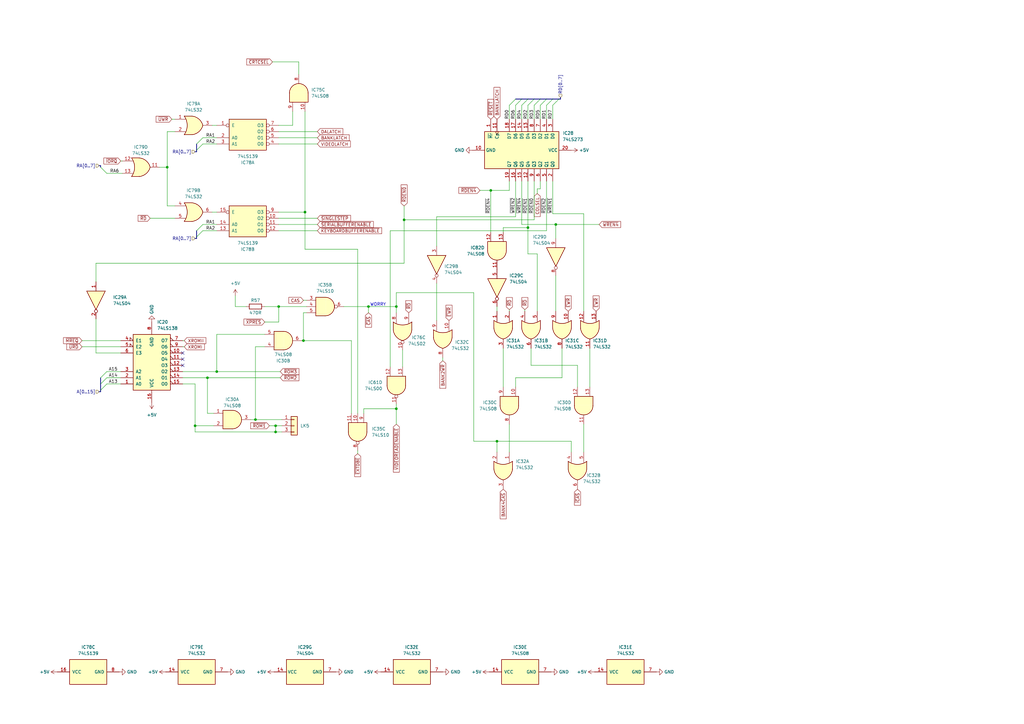
<source format=kicad_sch>
(kicad_sch (version 20230121) (generator eeschema)
  (paper "A3")
  (lib_symbols
    (symbol "74xx:74LS00" (pin_names (offset 1.016))
      (property "Reference" "U" (at 0 1.27 0))
      (property "Value" "74LS00" (at 0 -1.27 0))
      (symbol "74LS00_1_1"
        (pin input line (at -7.62 2.54 0) (length 3.81) (name "~") (number "1"))
        (pin input line (at -7.62 -2.54 0) (length 3.81) (name "~") (number "2"))
        (pin output inverted (at 7.62 0 180) (length 3.81) (name "~") (number "3"))
      )
      (symbol "74LS00_1_2"
        (pin input inverted (at -7.62 2.54 0) (length 4.318) (name "~") (number "1"))
        (pin input inverted (at -7.62 -2.54 0) (length 4.318) (name "~") (number "2"))
        (pin output line (at 7.62 0 180) (length 3.81) (name "~") (number "3"))
      )
      (symbol "74LS00_2_1"
        (pin input line (at -7.62 2.54 0) (length 3.81) (name "~") (number "4"))
        (pin input line (at -7.62 -2.54 0) (length 3.81) (name "~") (number "5"))
        (pin output inverted (at 7.62 0 180) (length 3.81) (name "~") (number "6"))
      )
      (symbol "74LS00_2_2"
        (pin input inverted (at -7.62 2.54 0) (length 4.318) (name "~") (number "4"))
        (pin input inverted (at -7.62 -2.54 0) (length 4.318) (name "~") (number "5"))
        (pin output line (at 7.62 0 180) (length 3.81) (name "~") (number "6"))
      )
      (symbol "74LS00_3_1"
        (pin input line (at -7.62 -2.54 0) (length 3.81) (name "~") (number "10"))
        (pin output inverted (at 7.62 0 180) (length 3.81) (name "~") (number "8"))
        (pin input line (at -7.62 2.54 0) (length 3.81) (name "~") (number "9"))
      )
      (symbol "74LS00_3_2"
        (pin input inverted (at -7.62 -2.54 0) (length 4.318) (name "~") (number "10"))
        (pin output line (at 7.62 0 180) (length 3.81) (name "~") (number "8"))
        (pin input inverted (at -7.62 2.54 0) (length 4.318) (name "~") (number "9"))
      )
      (symbol "74LS00_4_1"
        (pin output inverted (at 7.62 0 180) (length 3.81) (name "~") (number "11"))
        (pin input line (at -7.62 2.54 0) (length 3.81) (name "~") (number "12"))
        (pin input line (at -7.62 -2.54 0) (length 3.81) (name "~") (number "13"))
      )
      (symbol "74LS00_4_2"
        (pin output line (at 7.62 0 180) (length 3.81) (name "~") (number "11"))
        (pin input inverted (at -7.62 2.54 0) (length 4.318) (name "~") (number "12"))
        (pin input inverted (at -7.62 -2.54 0) (length 4.318) (name "~") (number "13"))
      )
      (symbol "74LS00_5_0"
        (pin power_in line (at 0 12.7 270) (length 5.08) (name "VCC") (number "14"))
        (pin power_in line (at 0 -12.7 90) (length 5.08) (name "GND") (number "7"))
      )
    )
    (symbol "74xx:74LS02" (pin_names (offset 1.016))
      (property "Reference" "U" (at 0 1.27 0))
      (property "Value" "74LS02" (at 0 -1.27 0))
      (symbol "74LS02_1_1"
        (pin output inverted (at 7.62 0 180) (length 3.81) (name "~") (number "1"))
        (pin input line (at -7.62 2.54 0) (length 4.318) (name "~") (number "2"))
        (pin input line (at -7.62 -2.54 0) (length 4.318) (name "~") (number "3"))
      )
      (symbol "74LS02_1_2"
        (pin output line (at 7.62 0 180) (length 3.81) (name "~") (number "1"))
        (pin input inverted (at -7.62 2.54 0) (length 3.81) (name "~") (number "2"))
        (pin input inverted (at -7.62 -2.54 0) (length 3.81) (name "~") (number "3"))
      )
      (symbol "74LS02_2_1"
        (pin output inverted (at 7.62 0 180) (length 3.81) (name "~") (number "4"))
        (pin input line (at -7.62 2.54 0) (length 4.318) (name "~") (number "5"))
        (pin input line (at -7.62 -2.54 0) (length 4.318) (name "~") (number "6"))
      )
      (symbol "74LS02_2_2"
        (pin output line (at 7.62 0 180) (length 3.81) (name "~") (number "4"))
        (pin input inverted (at -7.62 2.54 0) (length 3.81) (name "~") (number "5"))
        (pin input inverted (at -7.62 -2.54 0) (length 3.81) (name "~") (number "6"))
      )
      (symbol "74LS02_3_1"
        (pin output inverted (at 7.62 0 180) (length 3.81) (name "~") (number "10"))
        (pin input line (at -7.62 2.54 0) (length 4.318) (name "~") (number "8"))
        (pin input line (at -7.62 -2.54 0) (length 4.318) (name "~") (number "9"))
      )
      (symbol "74LS02_3_2"
        (pin output line (at 7.62 0 180) (length 3.81) (name "~") (number "10"))
        (pin input inverted (at -7.62 2.54 0) (length 3.81) (name "~") (number "8"))
        (pin input inverted (at -7.62 -2.54 0) (length 3.81) (name "~") (number "9"))
      )
      (symbol "74LS02_4_1"
        (pin input line (at -7.62 2.54 0) (length 4.318) (name "~") (number "11"))
        (pin input line (at -7.62 -2.54 0) (length 4.318) (name "~") (number "12"))
        (pin output inverted (at 7.62 0 180) (length 3.81) (name "~") (number "13"))
      )
      (symbol "74LS02_4_2"
        (pin input inverted (at -7.62 2.54 0) (length 3.81) (name "~") (number "11"))
        (pin input inverted (at -7.62 -2.54 0) (length 3.81) (name "~") (number "12"))
        (pin output line (at 7.62 0 180) (length 3.81) (name "~") (number "13"))
      )
      (symbol "74LS02_5_0"
        (pin power_in line (at 0 12.7 270) (length 5.08) (name "VCC") (number "14"))
        (pin power_in line (at 0 -12.7 90) (length 5.08) (name "GND") (number "7"))
      )
    )
    (symbol "74xx:74LS04"
      (property "Reference" "U" (at 0 1.27 0))
      (property "Value" "74LS04" (at 0 -1.27 0))
      (symbol "74LS04_1_0"
        (pin input line (at -7.62 0 0) (length 3.81) (name "~") (number "1"))
        (pin output inverted (at 7.62 0 180) (length 3.81) (name "~") (number "2"))
      )
      (symbol "74LS04_2_0"
        (pin input line (at -7.62 0 0) (length 3.81) (name "~") (number "3"))
        (pin output inverted (at 7.62 0 180) (length 3.81) (name "~") (number "4"))
      )
      (symbol "74LS04_3_0"
        (pin input line (at -7.62 0 0) (length 3.81) (name "~") (number "5"))
        (pin output inverted (at 7.62 0 180) (length 3.81) (name "~") (number "6"))
      )
      (symbol "74LS04_4_0"
        (pin output inverted (at 7.62 0 180) (length 3.81) (name "~") (number "8"))
        (pin input line (at -7.62 0 0) (length 3.81) (name "~") (number "9"))
      )
      (symbol "74LS04_5_0"
        (pin output inverted (at 7.62 0 180) (length 3.81) (name "~") (number "10"))
        (pin input line (at -7.62 0 0) (length 3.81) (name "~") (number "11"))
      )
      (symbol "74LS04_6_0"
        (pin output inverted (at 7.62 0 180) (length 3.81) (name "~") (number "12"))
        (pin input line (at -7.62 0 0) (length 3.81) (name "~") (number "13"))
      )
      (symbol "74LS04_7_0"
        (pin power_in line (at 0 12.7 270) (length 5.08) (name "VCC") (number "14"))
        (pin power_in line (at 0 -12.7 90) (length 5.08) (name "GND") (number "7"))
      )
    )
    (symbol "74xx:74LS08" (pin_names (offset 1.016))
      (property "Reference" "U" (at 0 1.27 0))
      (property "Value" "74LS08" (at 0 -1.27 0))
      (symbol "74LS08_1_1"
        (pin input line (at -7.62 2.54 0) (length 3.81) (name "~") (number "1"))
        (pin input line (at -7.62 -2.54 0) (length 3.81) (name "~") (number "2"))
        (pin output line (at 7.62 0 180) (length 3.81) (name "~") (number "3"))
      )
      (symbol "74LS08_1_2"
        (pin input inverted (at -7.62 2.54 0) (length 4.318) (name "~") (number "1"))
        (pin input inverted (at -7.62 -2.54 0) (length 4.318) (name "~") (number "2"))
        (pin output inverted (at 7.62 0 180) (length 3.81) (name "~") (number "3"))
      )
      (symbol "74LS08_2_1"
        (pin input line (at -7.62 2.54 0) (length 3.81) (name "~") (number "4"))
        (pin input line (at -7.62 -2.54 0) (length 3.81) (name "~") (number "5"))
        (pin output line (at 7.62 0 180) (length 3.81) (name "~") (number "6"))
      )
      (symbol "74LS08_2_2"
        (pin input inverted (at -7.62 2.54 0) (length 4.318) (name "~") (number "4"))
        (pin input inverted (at -7.62 -2.54 0) (length 4.318) (name "~") (number "5"))
        (pin output inverted (at 7.62 0 180) (length 3.81) (name "~") (number "6"))
      )
      (symbol "74LS08_3_1"
        (pin input line (at -7.62 -2.54 0) (length 3.81) (name "~") (number "10"))
        (pin output line (at 7.62 0 180) (length 3.81) (name "~") (number "8"))
        (pin input line (at -7.62 2.54 0) (length 3.81) (name "~") (number "9"))
      )
      (symbol "74LS08_3_2"
        (pin input inverted (at -7.62 -2.54 0) (length 4.318) (name "~") (number "10"))
        (pin output inverted (at 7.62 0 180) (length 3.81) (name "~") (number "8"))
        (pin input inverted (at -7.62 2.54 0) (length 4.318) (name "~") (number "9"))
      )
      (symbol "74LS08_4_1"
        (pin output line (at 7.62 0 180) (length 3.81) (name "~") (number "11"))
        (pin input line (at -7.62 2.54 0) (length 3.81) (name "~") (number "12"))
        (pin input line (at -7.62 -2.54 0) (length 3.81) (name "~") (number "13"))
      )
      (symbol "74LS08_4_2"
        (pin output inverted (at 7.62 0 180) (length 3.81) (name "~") (number "11"))
        (pin input inverted (at -7.62 2.54 0) (length 4.318) (name "~") (number "12"))
        (pin input inverted (at -7.62 -2.54 0) (length 4.318) (name "~") (number "13"))
      )
      (symbol "74LS08_5_0"
        (pin power_in line (at 0 12.7 270) (length 5.08) (name "VCC") (number "14"))
        (pin power_in line (at 0 -12.7 90) (length 5.08) (name "GND") (number "7"))
      )
    )
    (symbol "74xx:74LS10" (pin_names (offset 1.016))
      (property "Reference" "U" (at 0 1.27 0))
      (property "Value" "74LS10" (at 0 -1.27 0))
      (symbol "74LS10_1_1"
        (pin input line (at -7.62 2.54 0) (length 3.81) (name "~") (number "1"))
        (pin output inverted (at 7.62 0 180) (length 3.81) (name "~") (number "12"))
        (pin input line (at -7.62 -2.54 0) (length 3.81) (name "~") (number "13"))
        (pin input line (at -7.62 0 0) (length 3.81) (name "~") (number "2"))
      )
      (symbol "74LS10_1_2"
        (pin input inverted (at -7.62 2.54 0) (length 4.318) (name "~") (number "1"))
        (pin output line (at 7.62 0 180) (length 3.81) (name "~") (number "12"))
        (pin input inverted (at -7.62 -2.54 0) (length 4.318) (name "~") (number "13"))
        (pin input inverted (at -7.62 0 0) (length 4.953) (name "~") (number "2"))
      )
      (symbol "74LS10_2_1"
        (pin input line (at -7.62 2.54 0) (length 3.81) (name "~") (number "3"))
        (pin input line (at -7.62 0 0) (length 3.81) (name "~") (number "4"))
        (pin input line (at -7.62 -2.54 0) (length 3.81) (name "~") (number "5"))
        (pin output inverted (at 7.62 0 180) (length 3.81) (name "~") (number "6"))
      )
      (symbol "74LS10_2_2"
        (pin input inverted (at -7.62 2.54 0) (length 4.318) (name "~") (number "3"))
        (pin input inverted (at -7.62 0 0) (length 4.953) (name "~") (number "4"))
        (pin input inverted (at -7.62 -2.54 0) (length 4.318) (name "~") (number "5"))
        (pin output line (at 7.62 0 180) (length 3.81) (name "~") (number "6"))
      )
      (symbol "74LS10_3_1"
        (pin input line (at -7.62 0 0) (length 3.81) (name "~") (number "10"))
        (pin input line (at -7.62 -2.54 0) (length 3.81) (name "~") (number "11"))
        (pin output inverted (at 7.62 0 180) (length 3.81) (name "~") (number "8"))
        (pin input line (at -7.62 2.54 0) (length 3.81) (name "~") (number "9"))
      )
      (symbol "74LS10_3_2"
        (pin input inverted (at -7.62 0 0) (length 4.953) (name "~") (number "10"))
        (pin input inverted (at -7.62 -2.54 0) (length 4.318) (name "~") (number "11"))
        (pin output line (at 7.62 0 180) (length 3.81) (name "~") (number "8"))
        (pin input inverted (at -7.62 2.54 0) (length 4.318) (name "~") (number "9"))
      )
      (symbol "74LS10_4_0"
        (pin power_in line (at 0 12.7 270) (length 5.08) (name "VCC") (number "14"))
        (pin power_in line (at 0 -12.7 90) (length 5.08) (name "GND") (number "7"))
      )
    )
    (symbol "74xx:74LS138" (pin_names (offset 1.016))
      (property "Reference" "U" (at -7.62 11.43 0))
      (property "Value" "74LS138" (at -7.62 -13.97 0))
      (symbol "74LS138_1_0"
        (pin input line (at -12.7 7.62 0) (length 5.08) (name "A0") (number "1"))
        (pin output output_low (at 12.7 -5.08 180) (length 5.08) (name "O5") (number "10"))
        (pin output output_low (at 12.7 -2.54 180) (length 5.08) (name "O4") (number "11"))
        (pin output output_low (at 12.7 0 180) (length 5.08) (name "O3") (number "12"))
        (pin output output_low (at 12.7 2.54 180) (length 5.08) (name "O2") (number "13"))
        (pin output output_low (at 12.7 5.08 180) (length 5.08) (name "O1") (number "14"))
        (pin output output_low (at 12.7 7.62 180) (length 5.08) (name "O0") (number "15"))
        (pin power_in line (at 0 15.24 270) (length 5.08) (name "VCC") (number "16"))
        (pin input line (at -12.7 5.08 0) (length 5.08) (name "A1") (number "2"))
        (pin input line (at -12.7 2.54 0) (length 5.08) (name "A2") (number "3"))
        (pin input input_low (at -12.7 -10.16 0) (length 5.08) (name "E1") (number "4"))
        (pin input input_low (at -12.7 -7.62 0) (length 5.08) (name "E2") (number "5"))
        (pin input line (at -12.7 -5.08 0) (length 5.08) (name "E3") (number "6"))
        (pin output output_low (at 12.7 -10.16 180) (length 5.08) (name "O7") (number "7"))
        (pin power_in line (at 0 -17.78 90) (length 5.08) (name "GND") (number "8"))
        (pin output output_low (at 12.7 -7.62 180) (length 5.08) (name "O6") (number "9"))
      )
    )
    (symbol "74xx:74LS139" (pin_names (offset 1.016))
      (property "Reference" "U" (at -7.62 8.89 0))
      (property "Value" "74LS139" (at -7.62 -8.89 0))
      (symbol "74LS139_1_0"
        (pin input inverted (at -12.7 -5.08 0) (length 5.08) (name "E") (number "1"))
        (pin input line (at -12.7 0 0) (length 5.08) (name "A0") (number "2"))
        (pin input line (at -12.7 2.54 0) (length 5.08) (name "A1") (number "3"))
        (pin output inverted (at 12.7 2.54 180) (length 5.08) (name "O0") (number "4"))
        (pin output inverted (at 12.7 0 180) (length 5.08) (name "O1") (number "5"))
        (pin output inverted (at 12.7 -2.54 180) (length 5.08) (name "O2") (number "6"))
        (pin output inverted (at 12.7 -5.08 180) (length 5.08) (name "O3") (number "7"))
      )
      (symbol "74LS139_2_0"
        (pin output inverted (at 12.7 -2.54 180) (length 5.08) (name "O2") (number "10"))
        (pin output inverted (at 12.7 0 180) (length 5.08) (name "O1") (number "11"))
        (pin output inverted (at 12.7 2.54 180) (length 5.08) (name "O0") (number "12"))
        (pin input line (at -12.7 2.54 0) (length 5.08) (name "A1") (number "13"))
        (pin input line (at -12.7 0 0) (length 5.08) (name "A0") (number "14"))
        (pin input inverted (at -12.7 -5.08 0) (length 5.08) (name "E") (number "15"))
        (pin output inverted (at 12.7 -5.08 180) (length 5.08) (name "O3") (number "9"))
      )
      (symbol "74LS139_3_0"
        (pin power_in line (at 0 12.7 270) (length 5.08) (name "VCC") (number "16"))
        (pin power_in line (at 0 -12.7 90) (length 5.08) (name "GND") (number "8"))
      )
    )
    (symbol "74xx:74LS273"
      (property "Reference" "U" (at -7.62 16.51 0))
      (property "Value" "74LS273" (at -7.62 -16.51 0))
      (symbol "74LS273_1_0"
        (pin input line (at -12.7 -12.7 0) (length 5.08) (name "~{Mr}") (number "1"))
        (pin power_in line (at 0 -20.32 90) (length 5.08) (name "GND") (number "10"))
        (pin input clock (at -12.7 -10.16 0) (length 5.08) (name "Cp") (number "11"))
        (pin output line (at 12.7 2.54 180) (length 5.08) (name "Q4") (number "12"))
        (pin input line (at -12.7 2.54 0) (length 5.08) (name "D4") (number "13"))
        (pin input line (at -12.7 0 0) (length 5.08) (name "D5") (number "14"))
        (pin output line (at 12.7 0 180) (length 5.08) (name "Q5") (number "15"))
        (pin output line (at 12.7 -2.54 180) (length 5.08) (name "Q6") (number "16"))
        (pin input line (at -12.7 -2.54 0) (length 5.08) (name "D6") (number "17"))
        (pin input line (at -12.7 -5.08 0) (length 5.08) (name "D7") (number "18"))
        (pin output line (at 12.7 -5.08 180) (length 5.08) (name "Q7") (number "19"))
        (pin output line (at 12.7 12.7 180) (length 5.08) (name "Q0") (number "2"))
        (pin power_in line (at 0 20.32 270) (length 5.08) (name "VCC") (number "20"))
        (pin input line (at -12.7 12.7 0) (length 5.08) (name "D0") (number "3"))
        (pin input line (at -12.7 10.16 0) (length 5.08) (name "D1") (number "4"))
        (pin output line (at 12.7 10.16 180) (length 5.08) (name "Q1") (number "5"))
        (pin output line (at 12.7 7.62 180) (length 5.08) (name "Q2") (number "6"))
        (pin input line (at -12.7 7.62 0) (length 5.08) (name "D2") (number "7"))
        (pin input line (at -12.7 5.08 0) (length 5.08) (name "D3") (number "8"))
        (pin output line (at 12.7 5.08 180) (length 5.08) (name "Q3") (number "9"))
      )
    )
    (symbol "74xx:74LS32" (pin_names (offset 1.016))
      (property "Reference" "U" (at 0 1.27 0))
      (property "Value" "74LS32" (at 0 -1.27 0))
      (symbol "74LS32_1_1"
        (pin input line (at -7.62 2.54 0) (length 4.318) (name "~") (number "1"))
        (pin input line (at -7.62 -2.54 0) (length 4.318) (name "~") (number "2"))
        (pin output line (at 7.62 0 180) (length 3.81) (name "~") (number "3"))
      )
      (symbol "74LS32_1_2"
        (pin input inverted (at -7.62 2.54 0) (length 3.81) (name "~") (number "1"))
        (pin input inverted (at -7.62 -2.54 0) (length 3.81) (name "~") (number "2"))
        (pin output inverted (at 7.62 0 180) (length 3.81) (name "~") (number "3"))
      )
      (symbol "74LS32_2_1"
        (pin input line (at -7.62 2.54 0) (length 4.318) (name "~") (number "4"))
        (pin input line (at -7.62 -2.54 0) (length 4.318) (name "~") (number "5"))
        (pin output line (at 7.62 0 180) (length 3.81) (name "~") (number "6"))
      )
      (symbol "74LS32_2_2"
        (pin input inverted (at -7.62 2.54 0) (length 3.81) (name "~") (number "4"))
        (pin input inverted (at -7.62 -2.54 0) (length 3.81) (name "~") (number "5"))
        (pin output inverted (at 7.62 0 180) (length 3.81) (name "~") (number "6"))
      )
      (symbol "74LS32_3_1"
        (pin input line (at -7.62 -2.54 0) (length 4.318) (name "~") (number "10"))
        (pin output line (at 7.62 0 180) (length 3.81) (name "~") (number "8"))
        (pin input line (at -7.62 2.54 0) (length 4.318) (name "~") (number "9"))
      )
      (symbol "74LS32_3_2"
        (pin input inverted (at -7.62 -2.54 0) (length 3.81) (name "~") (number "10"))
        (pin output inverted (at 7.62 0 180) (length 3.81) (name "~") (number "8"))
        (pin input inverted (at -7.62 2.54 0) (length 3.81) (name "~") (number "9"))
      )
      (symbol "74LS32_4_1"
        (pin output line (at 7.62 0 180) (length 3.81) (name "~") (number "11"))
        (pin input line (at -7.62 2.54 0) (length 4.318) (name "~") (number "12"))
        (pin input line (at -7.62 -2.54 0) (length 4.318) (name "~") (number "13"))
      )
      (symbol "74LS32_4_2"
        (pin output inverted (at 7.62 0 180) (length 3.81) (name "~") (number "11"))
        (pin input inverted (at -7.62 2.54 0) (length 3.81) (name "~") (number "12"))
        (pin input inverted (at -7.62 -2.54 0) (length 3.81) (name "~") (number "13"))
      )
      (symbol "74LS32_5_0"
        (pin power_in line (at 0 12.7 270) (length 5.08) (name "VCC") (number "14"))
        (pin power_in line (at 0 -12.7 90) (length 5.08) (name "GND") (number "7"))
      )
    )
    (symbol "Connector_Generic:Conn_01x03" (pin_names (offset 1.016) hide)
      (property "Reference" "J" (at 0 5.08 0))
      (property "Value" "Conn_01x03" (at 0 -5.08 0))
      (symbol "Conn_01x03_1_1"
        (pin passive line (at -5.08 2.54 0) (length 3.81) (name "Pin_1") (number "1"))
        (pin passive line (at -5.08 0 0) (length 3.81) (name "Pin_2") (number "2"))
        (pin passive line (at -5.08 -2.54 0) (length 3.81) (name "Pin_3") (number "3"))
      )
    )
    (symbol "Device:R" (pin_numbers hide) (pin_names (offset 0))
      (property "Reference" "R" (at 2.032 0 90))
      (property "Value" "R" (at 0 0 90))
      (symbol "R_1_1"
        (pin passive line (at 0 3.81 270) (length 1.27) (name "~") (number "1"))
        (pin passive line (at 0 -3.81 90) (length 1.27) (name "~") (number "2"))
      )
    )
    (symbol "power:+5V" (power) (pin_names (offset 0))
      (property "Value" "+5V" (at 0 3.556 0))
      (symbol "+5V_1_1"
        (pin power_in line (at 0 0 90) (length 0) hide (name "+5V") (number "1"))
      )
    )
    (symbol "power:GND" (power) (pin_names (offset 0))
      (property "Value" "GND" (at 0 -3.81 0))
      (symbol "GND_1_1"
        (pin power_in line (at 0 0 270) (length 0) hide (name "GND") (number "1"))
      )
    )
  )
  (junction (at 68.58 68.58))
  (junction (at 151.13 125.73))
  (junction (at 165.735 90.17))
  (junction (at 80.01 174.625))
  (junction (at 113.03 177.165))
  (junction (at 88.9 152.4))
  (junction (at 162.56 167.64))
  (junction (at 125.095 86.995))
  (junction (at 201.295 78.105))
  (junction (at 113.03 174.625))
  (junction (at 124.46 139.7))
  (junction (at 216.535 93.345))
  (junction (at 162.56 125.73))
  (junction (at 104.775 172.085))
  (junction (at 114.3 125.73))
  (junction (at 203.835 180.975))
  (junction (at 227.965 92.075))
  (junction (at 85.09 154.94))
  (no_connect (at 74.93 149.86))
  (no_connect (at 74.93 144.78))
  (no_connect (at 74.93 147.32))
  (bus_entry (at 43.815 157.48) (size -2.54 2.54))
  (bus_entry (at 226.695 43.18) (size 2.54 -2.54))
  (bus_entry (at 83.185 56.515) (size -2.54 2.54))
  (bus_entry (at 83.185 94.615) (size -2.54 2.54))
  (bus_entry (at 213.995 43.18) (size 2.54 -2.54))
  (bus_entry (at 43.815 152.4) (size -2.54 2.54))
  (bus_entry (at 221.615 43.18) (size 2.54 -2.54))
  (bus_entry (at 219.075 43.18) (size 2.54 -2.54))
  (bus_entry (at 211.455 43.18) (size 2.54 -2.54))
  (bus_entry (at 83.185 92.075) (size -2.54 2.54))
  (bus_entry (at 216.535 43.18) (size 2.54 -2.54))
  (bus_entry (at 224.155 43.18) (size 2.54 -2.54))
  (bus_entry (at 43.815 154.94) (size -2.54 2.54))
  (bus_entry (at 83.185 59.055) (size -2.54 2.54))
  (bus_entry (at 208.915 43.18) (size 2.54 -2.54))
  (bus_entry (at 43.815 71.12) (size -2.54 -2.54))
  (wire (pts (xy 114.3 86.995) (xy 125.095 86.995)))
  (wire (pts (xy 208.915 74.295) (xy 208.915 78.105)))
  (wire (pts (xy 160.02 94.615) (xy 160.02 150.495)))
  (wire (pts (xy 33.655 142.24) (xy 49.53 142.24)))
  (wire (pts (xy 88.9 92.075) (xy 83.185 92.075)))
  (wire (pts (xy 226.695 87.63) (xy 239.395 87.63)))
  (wire (pts (xy 239.395 87.63) (xy 239.395 127.635)))
  (wire (pts (xy 104.775 172.085) (xy 115.57 172.085)))
  (wire (pts (xy 217.805 142.875) (xy 217.805 149.86)))
  (wire (pts (xy 124.46 139.7) (xy 144.145 139.7)))
  (wire (pts (xy 226.695 48.895) (xy 226.695 43.18)))
  (wire (pts (xy 86.995 86.995) (xy 88.9 86.995)))
  (wire (pts (xy 75.565 142.24) (xy 74.93 142.24)))
  (wire (pts (xy 88.9 56.515) (xy 83.185 56.515)))
  (wire (pts (xy 85.09 154.94) (xy 114.935 154.94)))
  (wire (pts (xy 203.835 180.975) (xy 203.835 185.42)))
  (bus (pts (xy 80.645 97.155) (xy 80.645 94.615)))
  (wire (pts (xy 162.56 167.64) (xy 162.56 173.99)))
  (wire (pts (xy 224.155 74.295) (xy 224.155 94.615)))
  (wire (pts (xy 125.095 86.995) (xy 125.095 45.72)))
  (wire (pts (xy 162.56 125.73) (xy 162.56 128.27)))
  (wire (pts (xy 217.805 149.86) (xy 236.855 149.86)))
  (wire (pts (xy 146.685 186.055) (xy 146.685 184.785)))
  (wire (pts (xy 211.455 154.94) (xy 211.455 158.75)))
  (wire (pts (xy 124.46 128.27) (xy 125.73 128.27)))
  (bus (pts (xy 41.275 157.48) (xy 41.275 154.94)))
  (wire (pts (xy 114.3 59.055) (xy 130.175 59.055)))
  (wire (pts (xy 114.935 152.4) (xy 88.9 152.4)))
  (wire (pts (xy 114.3 89.535) (xy 130.175 89.535)))
  (wire (pts (xy 88.9 94.615) (xy 83.185 94.615)))
  (wire (pts (xy 162.56 120.015) (xy 194.31 120.015)))
  (wire (pts (xy 213.995 92.075) (xy 227.965 92.075)))
  (wire (pts (xy 39.37 144.78) (xy 39.37 130.81)))
  (wire (pts (xy 108.585 142.24) (xy 104.775 142.24)))
  (wire (pts (xy 146.685 102.235) (xy 146.685 169.545)))
  (wire (pts (xy 114.3 51.435) (xy 120.015 51.435)))
  (wire (pts (xy 80.01 177.165) (xy 113.03 177.165)))
  (wire (pts (xy 80.01 157.48) (xy 80.01 174.625)))
  (wire (pts (xy 130.175 92.075) (xy 114.3 92.075)))
  (wire (pts (xy 140.97 125.73) (xy 151.13 125.73)))
  (wire (pts (xy 227.965 92.075) (xy 245.745 92.075)))
  (wire (pts (xy 96.52 125.73) (xy 100.965 125.73)))
  (wire (pts (xy 115.57 174.625) (xy 113.03 174.625)))
  (wire (pts (xy 216.535 48.895) (xy 216.535 43.18)))
  (wire (pts (xy 68.58 68.58) (xy 68.58 84.455)))
  (bus (pts (xy 229.87 40.005) (xy 229.87 40.64)))
  (bus (pts (xy 229.87 40.64) (xy 229.235 40.64)))
  (wire (pts (xy 194.31 120.015) (xy 194.31 180.975)))
  (bus (pts (xy 41.275 160.02) (xy 41.275 157.48)))
  (bus (pts (xy 80.01 97.79) (xy 80.645 97.79)))
  (wire (pts (xy 123.825 139.7) (xy 124.46 139.7)))
  (wire (pts (xy 179.07 131.445) (xy 179.07 116.205)))
  (bus (pts (xy 229.235 40.64) (xy 226.695 40.64)))
  (wire (pts (xy 151.13 125.73) (xy 151.13 128.27)))
  (wire (pts (xy 219.075 48.895) (xy 219.075 43.18)))
  (wire (pts (xy 226.695 74.295) (xy 226.695 87.63)))
  (wire (pts (xy 43.815 71.12) (xy 50.165 71.12)))
  (wire (pts (xy 230.505 154.94) (xy 211.455 154.94)))
  (wire (pts (xy 144.145 139.7) (xy 144.145 169.545)))
  (wire (pts (xy 74.93 154.94) (xy 85.09 154.94)))
  (wire (pts (xy 213.995 74.295) (xy 213.995 92.075)))
  (wire (pts (xy 165.735 84.455) (xy 165.735 90.17)))
  (wire (pts (xy 108.585 137.16) (xy 88.9 137.16)))
  (wire (pts (xy 208.915 78.105) (xy 201.295 78.105)))
  (wire (pts (xy 86.995 51.435) (xy 88.9 51.435)))
  (wire (pts (xy 219.075 90.17) (xy 165.735 90.17)))
  (wire (pts (xy 208.915 185.42) (xy 208.915 173.99)))
  (wire (pts (xy 227.965 92.075) (xy 227.965 97.79)))
  (wire (pts (xy 181.61 147.955) (xy 181.61 146.685)))
  (wire (pts (xy 125.095 102.235) (xy 146.685 102.235)))
  (wire (pts (xy 61.595 89.535) (xy 71.755 89.535)))
  (wire (pts (xy 241.935 142.875) (xy 241.935 158.75)))
  (wire (pts (xy 165.735 90.17) (xy 165.735 107.95)))
  (wire (pts (xy 87.63 169.545) (xy 85.09 169.545)))
  (wire (pts (xy 201.295 78.105) (xy 201.295 95.25)))
  (bus (pts (xy 224.155 40.64) (xy 221.615 40.64)))
  (wire (pts (xy 65.405 68.58) (xy 68.58 68.58)))
  (wire (pts (xy 88.9 59.055) (xy 83.185 59.055)))
  (wire (pts (xy 162.56 165.735) (xy 162.56 167.64)))
  (bus (pts (xy 216.535 40.64) (xy 213.995 40.64)))
  (bus (pts (xy 41.275 160.655) (xy 41.275 160.02)))
  (bus (pts (xy 41.275 67.945) (xy 41.275 68.58)))
  (wire (pts (xy 213.995 48.895) (xy 213.995 43.18)))
  (bus (pts (xy 80.645 62.23) (xy 80.645 61.595)))
  (wire (pts (xy 80.01 174.625) (xy 87.63 174.625)))
  (wire (pts (xy 102.87 172.085) (xy 104.775 172.085)))
  (wire (pts (xy 224.155 94.615) (xy 160.02 94.615)))
  (wire (pts (xy 74.93 157.48) (xy 80.01 157.48)))
  (wire (pts (xy 113.03 174.625) (xy 110.49 174.625)))
  (wire (pts (xy 239.395 185.42) (xy 239.395 173.99)))
  (wire (pts (xy 96.52 121.285) (xy 96.52 125.73)))
  (wire (pts (xy 208.915 48.895) (xy 208.915 43.18)))
  (bus (pts (xy 226.695 40.64) (xy 224.155 40.64)))
  (wire (pts (xy 68.58 84.455) (xy 71.755 84.455)))
  (wire (pts (xy 224.155 48.895) (xy 224.155 43.18)))
  (wire (pts (xy 221.615 48.895) (xy 221.615 43.18)))
  (wire (pts (xy 85.09 169.545) (xy 85.09 154.94)))
  (wire (pts (xy 33.655 139.7) (xy 49.53 139.7)))
  (wire (pts (xy 221.615 77.47) (xy 221.615 74.295)))
  (wire (pts (xy 219.075 74.295) (xy 219.075 90.17)))
  (wire (pts (xy 130.175 53.975) (xy 114.3 53.975)))
  (wire (pts (xy 125.095 86.995) (xy 125.095 102.235)))
  (bus (pts (xy 80.645 97.79) (xy 80.645 97.155)))
  (wire (pts (xy 104.775 142.24) (xy 104.775 172.085)))
  (bus (pts (xy 213.995 40.64) (xy 211.455 40.64)))
  (wire (pts (xy 49.53 154.94) (xy 43.815 154.94)))
  (wire (pts (xy 162.56 120.015) (xy 162.56 125.73)))
  (wire (pts (xy 149.225 167.64) (xy 149.225 169.545)))
  (wire (pts (xy 108.585 132.08) (xy 114.3 132.08)))
  (wire (pts (xy 75.565 139.7) (xy 74.93 139.7)))
  (wire (pts (xy 68.58 53.975) (xy 68.58 68.58)))
  (wire (pts (xy 114.3 56.515) (xy 130.175 56.515)))
  (wire (pts (xy 227.965 113.03) (xy 227.965 127.635)))
  (wire (pts (xy 88.9 152.4) (xy 74.93 152.4)))
  (wire (pts (xy 165.1 150.495) (xy 165.1 143.51)))
  (wire (pts (xy 211.455 48.895) (xy 211.455 43.18)))
  (wire (pts (xy 208.915 127) (xy 208.915 127.635)))
  (wire (pts (xy 179.07 88.9) (xy 179.07 100.965)))
  (wire (pts (xy 196.85 78.105) (xy 201.295 78.105)))
  (wire (pts (xy 151.13 125.73) (xy 162.56 125.73)))
  (wire (pts (xy 220.345 104.14) (xy 216.535 104.14)))
  (bus (pts (xy 219.075 40.64) (xy 216.535 40.64)))
  (wire (pts (xy 120.015 51.435) (xy 120.015 45.72)))
  (wire (pts (xy 230.505 142.875) (xy 230.505 154.94)))
  (wire (pts (xy 206.375 93.345) (xy 206.375 95.25)))
  (wire (pts (xy 220.345 127.635) (xy 220.345 104.14)))
  (wire (pts (xy 39.37 107.95) (xy 39.37 115.57)))
  (wire (pts (xy 124.46 139.7) (xy 124.46 128.27)))
  (wire (pts (xy 114.3 132.08) (xy 114.3 125.73)))
  (wire (pts (xy 206.375 93.345) (xy 216.535 93.345)))
  (wire (pts (xy 203.835 127.635) (xy 203.835 125.73)))
  (wire (pts (xy 49.53 144.78) (xy 39.37 144.78)))
  (wire (pts (xy 80.01 174.625) (xy 80.01 177.165)))
  (wire (pts (xy 206.375 142.875) (xy 206.375 158.75)))
  (wire (pts (xy 108.585 125.73) (xy 114.3 125.73)))
  (bus (pts (xy 40.64 67.945) (xy 41.275 67.945)))
  (wire (pts (xy 49.53 157.48) (xy 43.815 157.48)))
  (wire (pts (xy 114.3 125.73) (xy 125.73 125.73)))
  (wire (pts (xy 215.265 127) (xy 215.265 127.635)))
  (wire (pts (xy 49.53 152.4) (xy 43.815 152.4)))
  (wire (pts (xy 203.835 180.975) (xy 234.315 180.975)))
  (wire (pts (xy 162.56 167.64) (xy 149.225 167.64)))
  (wire (pts (xy 130.175 94.615) (xy 114.3 94.615)))
  (wire (pts (xy 165.735 107.95) (xy 39.37 107.95)))
  (bus (pts (xy 80.645 61.595) (xy 80.645 59.055)))
  (wire (pts (xy 88.9 137.16) (xy 88.9 152.4)))
  (wire (pts (xy 122.555 25.4) (xy 111.76 25.4)))
  (bus (pts (xy 40.64 160.655) (xy 41.275 160.655)))
  (wire (pts (xy 216.535 74.295) (xy 216.535 93.345)))
  (wire (pts (xy 220.345 79.375) (xy 220.345 77.47)))
  (bus (pts (xy 221.615 40.64) (xy 219.075 40.64)))
  (wire (pts (xy 113.03 177.165) (xy 115.57 177.165)))
  (wire (pts (xy 71.755 53.975) (xy 68.58 53.975)))
  (wire (pts (xy 234.315 180.975) (xy 234.315 185.42)))
  (bus (pts (xy 80.01 62.23) (xy 80.645 62.23)))
  (wire (pts (xy 216.535 104.14) (xy 216.535 93.345)))
  (wire (pts (xy 220.345 77.47) (xy 221.615 77.47)))
  (wire (pts (xy 122.555 30.48) (xy 122.555 25.4)))
  (wire (pts (xy 211.455 88.9) (xy 179.07 88.9)))
  (wire (pts (xy 113.03 174.625) (xy 113.03 177.165)))
  (wire (pts (xy 49.53 66.04) (xy 50.165 66.04)))
  (wire (pts (xy 194.31 180.975) (xy 203.835 180.975)))
  (wire (pts (xy 211.455 74.295) (xy 211.455 88.9)))
  (wire (pts (xy 124.46 123.19) (xy 125.73 123.19)))
  (wire (pts (xy 236.855 149.86) (xy 236.855 158.75)))
  (wire (pts (xy 70.485 48.895) (xy 71.755 48.895)))
  (text "WORRY" (at 151.765 125.73 0) (effects (font (size 1.27 1.27)) (justify left bottom)))
  (label "A15" (at 48.26 152.4 180))
  (label "RD7" (at 226.695 48.895 90))
  (label "~{WREN1}" (at 226.695 87.63 90))
  (label "~{RDEN2}" (at 224.155 87.63 90))
  (label "RA1" (at 84.455 56.515 0))
  (label "RA1" (at 84.455 92.075 0))
  (label "A14" (at 48.26 154.94 180))
  (label "RA6" (at 45.085 71.12 0))
  (label "RD3" (at 219.075 48.895 90))
  (label "RA2" (at 84.455 59.055 0))
  (label "RA2" (at 84.455 94.615 0))
  (label "RD4" (at 213.995 48.895 90))
  (label "~{RDEN4}" (at 201.295 87.63 90))
  (label "~{RDEN1}" (at 216.535 87.63 90))
  (label "RD6" (at 211.455 48.895 90))
  (label "RD1" (at 224.155 48.895 90))
  (label "~{RDEN0}" (at 219.075 87.63 90))
  (label "~{WREN2}" (at 211.455 87.63 90))
  (label "~{WREN4}" (at 213.995 87.63 90))
  (label "A13" (at 48.26 157.48 180))
  (label "RD0" (at 208.915 48.895 90))
  (label "RD2" (at 216.535 48.895 90))
  (label "RD5" (at 221.615 48.895 90))
  (global_label "~{EWR}" (shape input) (at 233.045 127.635 90) (property "Intersheetrefs" "${INTERSHEET_REFS}" (effects hide)))
  (global_label "~{RD}" (shape input) (at 61.595 89.535 180) (property "Intersheetrefs" "${INTERSHEET_REFS}" (effects hide)))
  (global_label "~{RDEN4}" (shape input) (at 196.85 78.105 180) (property "Intersheetrefs" "${INTERSHEET_REFS}" (effects hide)))
  (global_label "~{EWR}" (shape input) (at 244.475 127.635 90) (property "Intersheetrefs" "${INTERSHEET_REFS}" (effects hide)))
  (global_label "~{ROM2}" (shape input) (at 114.935 154.94 0) (property "Intersheetrefs" "${INTERSHEET_REFS}" (effects hide)))
  (global_label "~{UWR}" (shape input) (at 70.485 48.895 180) (property "Intersheetrefs" "${INTERSHEET_REFS}" (effects hide)))
  (global_label "~{VIDEOREADENABLE}" (shape input) (at 162.56 173.99 270) (property "Intersheetrefs" "${INTERSHEET_REFS}" (effects hide)))
  (global_label "~{RDEN0}" (shape input) (at 165.735 84.455 90) (property "Intersheetrefs" "${INTERSHEET_REFS}" (effects hide)))
  (global_label "~{CAS}" (shape input) (at 151.13 128.27 270) (property "Intersheetrefs" "${INTERSHEET_REFS}" (effects hide)))
  (global_label "XROMI" (shape input) (at 75.565 142.24 0) (property "Intersheetrefs" "${INTERSHEET_REFS}" (effects hide)))
  (global_label "COLSEL" (shape input) (at 220.345 79.375 270) (property "Intersheetrefs" "${INTERSHEET_REFS}" (effects hide)))
  (global_label "~{RD}" (shape input) (at 167.64 128.27 90) (property "Intersheetrefs" "${INTERSHEET_REFS}" (effects hide)))
  (global_label "~{URD}" (shape input) (at 33.655 142.24 180) (property "Intersheetrefs" "${INTERSHEET_REFS}" (effects hide)))
  (global_label "~{XPRES}" (shape input) (at 108.585 132.08 180) (property "Intersheetrefs" "${INTERSHEET_REFS}" (effects hide)))
  (global_label "~{ICAS}" (shape input) (at 236.855 200.66 270) (property "Intersheetrefs" "${INTERSHEET_REFS}" (effects hide)))
  (global_label "~{ROM3}" (shape input) (at 114.935 152.4 0) (property "Intersheetrefs" "${INTERSHEET_REFS}" (effects hide)))
  (global_label "CAS" (shape input) (at 124.46 123.19 180) (property "Intersheetrefs" "${INTERSHEET_REFS}" (effects hide)))
  (global_label "~{CRTCSEL}" (shape input) (at 111.76 25.4 180) (property "Intersheetrefs" "${INTERSHEET_REFS}" (effects hide)))
  (global_label "~{IORQ}" (shape input) (at 49.53 66.04 180) (property "Intersheetrefs" "${INTERSHEET_REFS}" (effects hide)))
  (global_label "~{SERIALBUFFERENABLE}" (shape input) (at 130.175 92.075 0) (property "Intersheetrefs" "${INTERSHEET_REFS}" (effects hide)))
  (global_label "BANKLATCH" (shape input) (at 203.835 48.895 90) (property "Intersheetrefs" "${INTERSHEET_REFS}" (effects hide)))
  (global_label "BANK2~{WR}" (shape input) (at 181.61 147.955 270) (property "Intersheetrefs" "${INTERSHEET_REFS}" (effects hide)))
  (global_label "~{KEYBOARDBUFFERENABLE}" (shape input) (at 130.175 94.615 0) (property "Intersheetrefs" "${INTERSHEET_REFS}" (effects hide)))
  (global_label "~{MREQ}" (shape input) (at 33.655 139.7 180) (property "Intersheetrefs" "${INTERSHEET_REFS}" (effects hide)))
  (global_label "BANK4~{CAS}" (shape input) (at 206.375 200.66 270) (property "Intersheetrefs" "${INTERSHEET_REFS}" (effects hide)))
  (global_label "~{EXTDBE}" (shape input) (at 146.685 186.055 270) (property "Intersheetrefs" "${INTERSHEET_REFS}" (effects hide)))
  (global_label "~{RD}" (shape input) (at 208.915 127 90) (property "Intersheetrefs" "${INTERSHEET_REFS}" (effects hide)))
  (global_label "~{EWR}" (shape input) (at 184.15 131.445 90) (property "Intersheetrefs" "${INTERSHEET_REFS}" (effects hide)))
  (global_label "~{RD}" (shape input) (at 215.265 127 90) (property "Intersheetrefs" "${INTERSHEET_REFS}" (effects hide)))
  (global_label "BANKLATCH" (shape input) (at 130.175 56.515 0) (property "Intersheetrefs" "${INTERSHEET_REFS}" (effects hide)))
  (global_label "~{ROM1}" (shape input) (at 110.49 174.625 180) (property "Intersheetrefs" "${INTERSHEET_REFS}" (effects hide)))
  (global_label "VIDEOLATCH" (shape input) (at 130.175 59.055 0) (property "Intersheetrefs" "${INTERSHEET_REFS}" (effects hide)))
  (global_label "~{RESET}" (shape input) (at 201.295 48.895 90) (property "Intersheetrefs" "${INTERSHEET_REFS}" (effects hide)))
  (global_label "XROMII" (shape input) (at 75.565 139.7 0) (property "Intersheetrefs" "${INTERSHEET_REFS}" (effects hide)))
  (global_label "~{SINGLESTEP}" (shape input) (at 130.175 89.535 0) (property "Intersheetrefs" "${INTERSHEET_REFS}" (effects hide)))
  (global_label "~{WREN4}" (shape input) (at 245.745 92.075 0) (property "Intersheetrefs" "${INTERSHEET_REFS}" (effects hide)))
  (global_label "DALATCH" (shape input) (at 130.175 53.975 0) (property "Intersheetrefs" "${INTERSHEET_REFS}" (effects hide)))
  (hierarchical_label "RD[0..7]" (shape input) (at 229.87 40.005 90))
  (hierarchical_label "RA[0..7]" (shape input) (at 40.64 67.945 180))
  (hierarchical_label "RA[0..7]" (shape input) (at 80.01 62.23 180))
  (hierarchical_label "A[0..15]" (shape input) (at 40.64 160.655 180))
  (hierarchical_label "RA[0..7]" (shape input) (at 80.01 97.79 180))
  (symbol (lib_id "power:GND") (at 137.795 275.59 90) (mirror x) (unit 1)
    (property "Reference" "#PWR040" (effects hide))
    (property "Value" "GND" (at 140.97 275.59 90) (effects (justify right)))
    (instances (project "lynx128" (path "" (reference "#PWR040") (unit 1)) (path "" (reference "#PWR0203") (unit 1)) (path "" (reference "#PWR051") (unit 1)) (path "" (reference "#PWR087") (unit 1)) (path "" (reference "#PWR0117") (unit 1)) (path "" (reference "#PWR0182") (unit 1)) (path "" (reference "#PWR0224") (unit 1)) (path "" (reference "#PWR0284") (unit 1))))
  )
  (symbol (lib_id "power:+5V") (at 156.21 275.59 90) (unit 1)
    (property "Reference" "#PWR015" (effects hide))
    (property "Value" "+5V" (at 153.035 275.59 90) (effects (justify left)))
    (instances (project "lynx128" (path "" (reference "#PWR015") (unit 1)) (path "" (reference "#PWR088") (unit 1)) (path "" (reference "#PWR0165") (unit 1)) (path "" (reference "#PWR0197") (unit 1)) (path "" (reference "#PWR0197") (unit 1)) (path "" (reference "#PWR0226") (unit 1)) (path "" (reference "#PWR0286") (unit 1))))
  )
  (symbol (lib_id "74xx:74LS32") (at 206.375 135.255 90) (mirror x) (unit 1)
    (property "Reference" "IC31" (at 207.645 139.7 90) (effects (justify right)))
    (property "Value" "74LS32" (at 207.645 142.24 90) (effects (justify right)))
    (property "Footprint" "LYNX:DIP-14_W7.62mm" (effects hide))
    (property "Datasheet" "http://www.ti.com/lit/gpn/sn74LS32" (effects hide))
  )
  (symbol (lib_id "74xx:74LS08") (at 213.36 275.59 90) (unit 5)
    (property "Reference" "IC30" (at 213.36 265.43 90))
    (property "Value" "74LS08" (at 213.36 267.97 90))
    (property "Footprint" "LYNX:DIP-14_W7.62mm" (effects hide))
    (property "Datasheet" "http://www.ti.com/lit/gpn/sn74LS08" (effects hide))
  )
  (symbol (lib_id "74xx:74LS32") (at 230.505 135.255 90) (mirror x) (unit 3)
    (property "Reference" "IC31" (at 231.775 139.7 90) (effects (justify right)))
    (property "Value" "74LS32" (at 231.775 142.24 90) (effects (justify right)))
    (property "Footprint" "LYNX:DIP-14_W7.62mm" (effects hide))
    (property "Datasheet" "http://www.ti.com/lit/gpn/sn74LS32" (effects hide))
  )
  (symbol (lib_id "74xx:74LS04") (at 179.07 108.585 270) (unit 2)
    (property "Reference" "IC29" (at 182.245 109.22 90) (effects (justify left)))
    (property "Value" "74LS04" (at 182.245 111.76 90) (effects (justify left)))
    (property "Footprint" "LYNX:DIP-14_W7.62mm" (effects hide))
    (property "Datasheet" "http://www.ti.com/lit/gpn/sn74LS04" (effects hide))
  )
  (symbol (lib_id "74xx:74LS08") (at 203.835 102.87 90) (mirror x) (unit 4)
    (property "Reference" "IC82" (at 198.755 101.5917 90) (effects (justify left)))
    (property "Value" "74LS08" (at 198.755 104.1317 90) (effects (justify left)))
    (property "Footprint" "LYNX:DIP-14_W7.62mm" (effects hide))
    (property "Datasheet" "http://www.ti.com/lit/gpn/sn74LS08" (effects hide))
  )
  (symbol (lib_id "power:GND") (at 93.345 275.59 90) (mirror x) (unit 1)
    (property "Reference" "#PWR040" (effects hide))
    (property "Value" "GND" (at 96.52 275.59 90) (effects (justify right)))
    (instances (project "lynx128" (path "" (reference "#PWR040") (unit 1)) (path "" (reference "#PWR0203") (unit 1)) (path "" (reference "#PWR051") (unit 1)) (path "" (reference "#PWR087") (unit 1)) (path "" (reference "#PWR0117") (unit 1)) (path "" (reference "#PWR0182") (unit 1)) (path "" (reference "#PWR0224") (unit 1)) (path "" (reference "#PWR0280") (unit 1))))
  )
  (symbol (lib_id "power:GND") (at 48.895 275.59 90) (mirror x) (unit 1)
    (property "Reference" "#PWR040" (effects hide))
    (property "Value" "GND" (at 52.07 275.59 90) (effects (justify right)))
    (instances (project "lynx128" (path "" (reference "#PWR040") (unit 1)) (path "" (reference "#PWR0203") (unit 1)) (path "" (reference "#PWR051") (unit 1)) (path "" (reference "#PWR087") (unit 1)) (path "" (reference "#PWR0117") (unit 1)) (path "" (reference "#PWR0182") (unit 1)) (path "" (reference "#PWR0224") (unit 1)) (path "" (reference "#PWR0279") (unit 1))))
  )
  (symbol (lib_id "74xx:74LS04") (at 227.965 105.41 270) (unit 4)
    (property "Reference" "IC29" (at 218.44 97.155 90) (effects (justify left)))
    (property "Value" "74LS04" (at 218.44 99.695 90) (effects (justify left)))
    (property "Footprint" "LYNX:DIP-14_W7.62mm" (effects hide))
    (property "Datasheet" "http://www.ti.com/lit/gpn/sn74LS04" (effects hide))
  )
  (symbol (lib_id "74xx:74LS138") (at 62.23 149.86 0) (mirror x) (unit 1)
    (property "Reference" "IC20" (at 64.4241 132.08 0) (effects (justify left)))
    (property "Value" "74LS138" (at 64.4241 134.62 0) (effects (justify left)))
    (property "Footprint" "LYNX:DIP-16_W7.62mm" (effects hide))
    (property "Datasheet" "http://www.ti.com/lit/gpn/sn74LS138" (effects hide))
  )
  (symbol (lib_id "74xx:74LS32") (at 79.375 86.995 0) (unit 2)
    (property "Reference" "IC79" (at 79.375 78.105 0))
    (property "Value" "74LS32" (at 79.375 80.645 0))
    (property "Footprint" "LYNX:DIP-14_W7.62mm" (effects hide))
    (property "Datasheet" "http://www.ti.com/lit/gpn/sn74LS32" (effects hide))
  )
  (symbol (lib_id "74xx:74LS32") (at 256.54 275.59 90) (mirror x) (unit 5)
    (property "Reference" "IC31" (at 256.54 265.43 90))
    (property "Value" "74LS32" (at 256.54 267.97 90))
    (property "Footprint" "LYNX:DIP-14_W7.62mm" (effects hide))
    (property "Datasheet" "http://www.ti.com/lit/gpn/sn74LS32" (effects hide))
  )
  (symbol (lib_id "74xx:74LS32") (at 217.805 135.255 90) (mirror x) (unit 2)
    (property "Reference" "IC31" (at 219.075 139.7 90) (effects (justify right)))
    (property "Value" "74LS32" (at 219.075 142.24 90) (effects (justify right)))
    (property "Footprint" "LYNX:DIP-14_W7.62mm" (effects hide))
    (property "Datasheet" "http://www.ti.com/lit/gpn/sn74LS32" (effects hide))
  )
  (symbol (lib_id "74xx:74LS08") (at 116.205 139.7 0) (mirror x) (unit 2)
    (property "Reference" "IC30" (at 116.1967 147.955 0))
    (property "Value" "74LS08" (at 116.1967 145.415 0))
    (property "Footprint" "LYNX:DIP-14_W7.62mm" (effects hide))
    (property "Datasheet" "http://www.ti.com/lit/gpn/sn74LS08" (effects hide))
  )
  (symbol (lib_id "power:GND") (at 193.675 61.595 270) (mirror x) (unit 1)
    (property "Reference" "#PWR040" (effects hide))
    (property "Value" "GND" (at 190.5 61.595 90) (effects (justify right)))
    (instances (project "lynx128" (path "" (reference "#PWR040") (unit 1)) (path "" (reference "#PWR0203") (unit 1)) (path "" (reference "#PWR051") (unit 1)) (path "" (reference "#PWR087") (unit 1)) (path "" (reference "#PWR0117") (unit 1)) (path "" (reference "#PWR0182") (unit 1)) (path "" (reference "#PWR0224") (unit 1)) (path "" (reference "#PWR0283") (unit 1))))
  )
  (symbol (lib_id "74xx:74LS139") (at 36.195 275.59 90) (unit 3)
    (property "Reference" "IC78" (at 36.195 265.43 90))
    (property "Value" "74LS139" (at 36.195 267.97 90))
    (property "Footprint" "LYNX:DIP-16_W7.62mm" (effects hide))
    (property "Datasheet" "http://www.ti.com/lit/ds/symlink/sn74ls139a.pdf" (effects hide))
  )
  (symbol (lib_id "74xx:74LS32") (at 80.645 275.59 90) (unit 5)
    (property "Reference" "IC79" (at 80.645 265.43 90))
    (property "Value" "74LS32" (at 80.645 267.97 90))
    (property "Footprint" "LYNX:DIP-14_W7.62mm" (effects hide))
    (property "Datasheet" "http://www.ti.com/lit/gpn/sn74LS32" (effects hide))
  )
  (symbol (lib_id "power:+5V") (at 23.495 275.59 90) (unit 1)
    (property "Reference" "#PWR015" (effects hide))
    (property "Value" "+5V" (at 20.32 275.59 90) (effects (justify left)))
    (instances (project "lynx128" (path "" (reference "#PWR015") (unit 1)) (path "" (reference "#PWR088") (unit 1)) (path "" (reference "#PWR0165") (unit 1)) (path "" (reference "#PWR0197") (unit 1)) (path "" (reference "#PWR0197") (unit 1)) (path "" (reference "#PWR0226") (unit 1)) (path "" (reference "#PWR0278") (unit 1))))
  )
  (symbol (lib_id "power:+5V") (at 67.945 275.59 90) (unit 1)
    (property "Reference" "#PWR015" (effects hide))
    (property "Value" "+5V" (at 64.77 275.59 90) (effects (justify left)))
    (instances (project "lynx128" (path "" (reference "#PWR015") (unit 1)) (path "" (reference "#PWR088") (unit 1)) (path "" (reference "#PWR0165") (unit 1)) (path "" (reference "#PWR0197") (unit 1)) (path "" (reference "#PWR0197") (unit 1)) (path "" (reference "#PWR0226") (unit 1)) (path "" (reference "#PWR0281") (unit 1))))
  )
  (symbol (lib_id "power:GND") (at 269.24 275.59 90) (mirror x) (unit 1)
    (property "Reference" "#PWR040" (effects hide))
    (property "Value" "GND" (at 272.415 275.59 90) (effects (justify right)))
    (instances (project "lynx128" (path "" (reference "#PWR040") (unit 1)) (path "" (reference "#PWR0203") (unit 1)) (path "" (reference "#PWR051") (unit 1)) (path "" (reference "#PWR087") (unit 1)) (path "" (reference "#PWR0117") (unit 1)) (path "" (reference "#PWR0182") (unit 1)) (path "" (reference "#PWR0224") (unit 1)) (path "" (reference "#PWR0291") (unit 1))))
  )
  (symbol (lib_id "74xx:74LS08") (at 122.555 38.1 90) (unit 3)
    (property "Reference" "IC75" (at 127.635 36.8383 90) (effects (justify right)))
    (property "Value" "74LS08" (at 127.635 39.3783 90) (effects (justify right)))
    (property "Footprint" "LYNX:DIP-14_W7.62mm" (effects hide))
    (property "Datasheet" "http://www.ti.com/lit/gpn/sn74LS08" (effects hide))
  )
  (symbol (lib_id "74xx:74LS32") (at 79.375 51.435 0) (unit 1)
    (property "Reference" "IC79" (at 79.375 42.545 0))
    (property "Value" "74LS32" (at 79.375 45.085 0))
    (property "Footprint" "LYNX:DIP-14_W7.62mm" (effects hide))
    (property "Datasheet" "http://www.ti.com/lit/gpn/sn74LS32" (effects hide))
  )
  (symbol (lib_id "power:GND") (at 181.61 275.59 90) (mirror x) (unit 1)
    (property "Reference" "#PWR040" (effects hide))
    (property "Value" "GND" (at 184.785 275.59 90) (effects (justify right)))
    (instances (project "lynx128" (path "" (reference "#PWR040") (unit 1)) (path "" (reference "#PWR0203") (unit 1)) (path "" (reference "#PWR051") (unit 1)) (path "" (reference "#PWR087") (unit 1)) (path "" (reference "#PWR0117") (unit 1)) (path "" (reference "#PWR0182") (unit 1)) (path "" (reference "#PWR0224") (unit 1)) (path "" (reference "#PWR0287") (unit 1))))
  )
  (symbol (lib_id "power:+5V") (at 200.66 275.59 90) (unit 1)
    (property "Reference" "#PWR015" (effects hide))
    (property "Value" "+5V" (at 197.485 275.59 90) (effects (justify left)))
    (instances (project "lynx128" (path "" (reference "#PWR015") (unit 1)) (path "" (reference "#PWR088") (unit 1)) (path "" (reference "#PWR0165") (unit 1)) (path "" (reference "#PWR0197") (unit 1)) (path "" (reference "#PWR0197") (unit 1)) (path "" (reference "#PWR0226") (unit 1)) (path "" (reference "#PWR0289") (unit 1))))
  )
  (symbol (lib_id "power:+5V") (at 62.23 165.1 180) (unit 1)
    (property "Reference" "#PWR015" (effects hide))
    (property "Value" "+5V" (at 62.23 170.18 0))
    (instances (project "lynx128" (path "" (reference "#PWR015") (unit 1)) (path "" (reference "#PWR088") (unit 1)) (path "" (reference "#PWR0165") (unit 1)) (path "" (reference "#PWR0197") (unit 1)) (path "" (reference "#PWR0197") (unit 1)) (path "" (reference "#PWR0226") (unit 1)) (path "" (reference "#PWR0293") (unit 1))))
  )
  (symbol (lib_id "74xx:74LS32") (at 168.91 275.59 90) (unit 5)
    (property "Reference" "IC32" (at 168.91 265.43 90))
    (property "Value" "74LS32" (at 168.91 267.97 90))
    (property "Footprint" "LYNX:DIP-14_W7.62mm" (effects hide))
    (property "Datasheet" "http://www.ti.com/lit/gpn/sn74LS32" (effects hide))
  )
  (symbol (lib_id "power:+5V") (at 234.315 61.595 270) (unit 1)
    (property "Reference" "#PWR015" (effects hide))
    (property "Value" "+5V" (at 237.49 61.595 90) (effects (justify left)))
    (instances (project "lynx128" (path "" (reference "#PWR015") (unit 1)) (path "" (reference "#PWR088") (unit 1)) (path "" (reference "#PWR0165") (unit 1)) (path "" (reference "#PWR0197") (unit 1)) (path "" (reference "#PWR0197") (unit 1)) (path "" (reference "#PWR0226") (unit 1)) (path "" (reference "#PWR0282") (unit 1))))
  )
  (symbol (lib_id "74xx:74LS139") (at 101.6 92.075 0) (mirror x) (unit 2)
    (property "Reference" "IC78" (at 101.6 102.235 0))
    (property "Value" "74LS139" (at 101.6 99.695 0))
    (property "Footprint" "LYNX:DIP-16_W7.62mm" (effects hide))
    (property "Datasheet" "http://www.ti.com/lit/ds/symlink/sn74ls139a.pdf" (effects hide))
  )
  (symbol (lib_id "power:GND") (at 62.23 132.08 0) (mirror x) (unit 1)
    (property "Reference" "#PWR040" (effects hide))
    (property "Value" "GND" (at 62.23 128.905 90) (effects (justify right)))
    (instances (project "lynx128" (path "" (reference "#PWR040") (unit 1)) (path "" (reference "#PWR0203") (unit 1)) (path "" (reference "#PWR051") (unit 1)) (path "" (reference "#PWR087") (unit 1)) (path "" (reference "#PWR0117") (unit 1)) (path "" (reference "#PWR0182") (unit 1)) (path "" (reference "#PWR0224") (unit 1)) (path "" (reference "#PWR0292") (unit 1))))
  )
  (symbol (lib_id "power:+5V") (at 243.84 275.59 90) (unit 1)
    (property "Reference" "#PWR015" (effects hide))
    (property "Value" "+5V" (at 240.665 275.59 90) (effects (justify left)))
    (instances (project "lynx128" (path "" (reference "#PWR015") (unit 1)) (path "" (reference "#PWR088") (unit 1)) (path "" (reference "#PWR0165") (unit 1)) (path "" (reference "#PWR0197") (unit 1)) (path "" (reference "#PWR0197") (unit 1)) (path "" (reference "#PWR0226") (unit 1)) (path "" (reference "#PWR0290") (unit 1))))
  )
  (symbol (lib_id "power:+5V") (at 96.52 121.285 0) (mirror y) (unit 1)
    (property "Reference" "#PWR015" (effects hide))
    (property "Value" "+5V" (at 96.52 116.205 0))
    (instances (project "lynx128" (path "" (reference "#PWR015") (unit 1)) (path "" (reference "#PWR088") (unit 1)) (path "" (reference "#PWR0165") (unit 1)) (path "" (reference "#PWR0197") (unit 1)) (path "" (reference "#PWR0197") (unit 1)) (path "" (reference "#PWR0205") (unit 1)) (path "" (reference "#PWR0245") (unit 1)) (path "" (reference "#PWR0294") (unit 1))))
  )
  (symbol (lib_id "74xx:74LS273") (at 213.995 61.595 270) (unit 1)
    (property "Reference" "IC28" (at 233.045 54.61 90))
    (property "Value" "74LS273" (at 234.95 57.2069 90))
    (property "Footprint" "LYNX:DIP-20_W7.62mm" (effects hide))
    (property "Datasheet" "http://www.ti.com/lit/gpn/sn74LS273" (effects hide))
  )
  (symbol (lib_id "power:+5V") (at 112.395 275.59 90) (unit 1)
    (property "Reference" "#PWR015" (effects hide))
    (property "Value" "+5V" (at 109.22 275.59 90) (effects (justify left)))
    (instances (project "lynx128" (path "" (reference "#PWR015") (unit 1)) (path "" (reference "#PWR088") (unit 1)) (path "" (reference "#PWR0165") (unit 1)) (path "" (reference "#PWR0197") (unit 1)) (path "" (reference "#PWR0197") (unit 1)) (path "" (reference "#PWR0226") (unit 1)) (path "" (reference "#PWR0285") (unit 1))))
  )
  (symbol (lib_id "74xx:74LS02") (at 165.1 135.89 90) (mirror x) (unit 3)
    (property "Reference" "IC76" (at 174.625 138.43 90) (effects (justify left)))
    (property "Value" "74LS02" (at 174.625 140.97 90) (effects (justify left)))
    (property "Footprint" "LYNX:DIP-14_W7.62mm" (effects hide))
    (property "Datasheet" "http://www.ti.com/lit/gpn/sn74ls02" (effects hide))
  )
  (symbol (lib_id "74xx:74LS08") (at 208.915 166.37 90) (mirror x) (unit 3)
    (property "Reference" "IC30" (at 203.835 165.0917 90) (effects (justify left)))
    (property "Value" "74LS08" (at 203.835 167.6317 90) (effects (justify left)))
    (property "Footprint" "LYNX:DIP-14_W7.62mm" (effects hide))
    (property "Datasheet" "http://www.ti.com/lit/gpn/sn74LS08" (effects hide))
  )
  (symbol (lib_id "Device:R") (at 104.775 125.73 90) (unit 1)
    (property "Reference" "R57" (at 104.775 123.19 90))
    (property "Value" "470R" (at 104.775 128.27 90))
    (property "Footprint" "LYNX:Resistor 10.16mm" (effects hide))
    (instances (project "lynx128" (path "" (reference "R57") (unit 1)) (path "" (reference "R75") (unit 1)) (path "" (reference "R73") (unit 1)) (path "" (reference "R65") (unit 1)) (path "" (reference "R45") (unit 1)) (path "" (reference "R82") (unit 1))))
  )
  (symbol (lib_id "74xx:74LS04") (at 39.37 123.19 270) (unit 1)
    (property "Reference" "IC29" (at 46.355 121.92 90) (effects (justify left)))
    (property "Value" "74LS04" (at 46.355 124.46 90) (effects (justify left)))
    (property "Footprint" "LYNX:DIP-14_W7.62mm" (effects hide))
    (property "Datasheet" "http://www.ti.com/lit/gpn/sn74LS04" (effects hide))
  )
  (symbol (lib_id "74xx:74LS10") (at 133.35 125.73 0) (unit 2)
    (property "Reference" "IC35" (at 133.3417 116.84 0))
    (property "Value" "74LS10" (at 133.3417 119.38 0))
    (property "Footprint" "LYNX:DIP-14_W7.62mm" (effects hide))
    (property "Datasheet" "http://www.ti.com/lit/gpn/sn74LS10" (effects hide))
  )
  (symbol (lib_id "74xx:74LS32") (at 236.855 193.04 90) (mirror x) (unit 2)
    (property "Reference" "IC32" (at 246.38 194.945 90) (effects (justify left)))
    (property "Value" "74LS32" (at 246.38 197.485 90) (effects (justify left)))
    (property "Footprint" "LYNX:DIP-14_W7.62mm" (effects hide))
    (property "Datasheet" "http://www.ti.com/lit/gpn/sn74LS32" (effects hide))
  )
  (symbol (lib_id "74xx:74LS08") (at 95.25 172.085 0) (unit 1)
    (property "Reference" "IC30" (at 95.2417 163.83 0))
    (property "Value" "74LS08" (at 95.2417 166.37 0))
    (property "Footprint" "LYNX:DIP-14_W7.62mm" (effects hide))
    (property "Datasheet" "http://www.ti.com/lit/gpn/sn74LS08" (effects hide))
  )
  (symbol (lib_id "74xx:74LS04") (at 203.835 118.11 270) (unit 3)
    (property "Reference" "IC29" (at 208.915 113.03 90) (effects (justify left)))
    (property "Value" "74LS04" (at 208.915 115.57 90) (effects (justify left)))
    (property "Footprint" "LYNX:DIP-14_W7.62mm" (effects hide))
    (property "Datasheet" "http://www.ti.com/lit/gpn/sn74LS04" (effects hide))
  )
  (symbol (lib_id "74xx:74LS32") (at 57.785 68.58 0) (unit 4)
    (property "Reference" "IC79" (at 57.785 60.325 0))
    (property "Value" "74LS32" (at 57.785 62.865 0))
    (property "Footprint" "LYNX:DIP-14_W7.62mm" (effects hide))
    (property "Datasheet" "http://www.ti.com/lit/gpn/sn74LS32" (effects hide))
  )
  (symbol (lib_id "Connector_Generic:Conn_01x03") (at 120.65 174.625 0) (unit 1)
    (property "Reference" "LK5" (at 123.19 174.625 0) (effects (justify left)))
    (property "Value" "-" (effects hide))
    (property "Footprint" "LYNX:LK 3-Pin 2.54mm - No Box" (effects hide))
    (instances (project "lynx128" (path "" (reference "LK5") (unit 1)) (path "" (reference "LK12") (unit 1)) (path "" (reference "LK15") (unit 1)) (path "" (reference "LK17") (unit 1)) (path "" (reference "LK19") (unit 1))))
  )
  (symbol (lib_id "74xx:74LS32") (at 206.375 193.04 270) (unit 1)
    (property "Reference" "IC32" (at 211.455 189.23 90) (effects (justify left)))
    (property "Value" "74LS32" (at 211.455 191.77 90) (effects (justify left)))
    (property "Footprint" "LYNX:DIP-14_W7.62mm" (effects hide))
    (property "Datasheet" "http://www.ti.com/lit/gpn/sn74LS32" (effects hide))
  )
  (symbol (lib_id "power:GND") (at 226.06 275.59 90) (mirror x) (unit 1)
    (property "Reference" "#PWR040" (effects hide))
    (property "Value" "GND" (at 229.235 275.59 90) (effects (justify right)))
    (instances (project "lynx128" (path "" (reference "#PWR040") (unit 1)) (path "" (reference "#PWR0203") (unit 1)) (path "" (reference "#PWR051") (unit 1)) (path "" (reference "#PWR087") (unit 1)) (path "" (reference "#PWR0117") (unit 1)) (path "" (reference "#PWR0182") (unit 1)) (path "" (reference "#PWR0224") (unit 1)) (path "" (reference "#PWR0288") (unit 1))))
  )
  (symbol (lib_id "74xx:74LS139") (at 101.6 56.515 0) (mirror x) (unit 1)
    (property "Reference" "IC78" (at 101.6 66.675 0))
    (property "Value" "74LS139" (at 101.6 64.135 0))
    (property "Footprint" "LYNX:DIP-16_W7.62mm" (effects hide))
    (property "Datasheet" "http://www.ti.com/lit/ds/symlink/sn74ls139a.pdf" (effects hide))
  )
  (symbol (lib_id "74xx:74LS00") (at 162.56 158.115 90) (mirror x) (unit 4)
    (property "Reference" "IC61" (at 156.845 156.8367 90) (effects (justify left)))
    (property "Value" "74LS00" (at 156.845 159.3767 90) (effects (justify left)))
    (property "Footprint" "LYNX:DIP-14_W7.62mm" (effects hide))
    (property "Datasheet" "http://www.ti.com/lit/gpn/sn74ls00" (effects hide))
  )
  (symbol (lib_id "74xx:74LS04") (at 125.095 275.59 90) (unit 7)
    (property "Reference" "IC29" (at 125.095 265.43 90))
    (property "Value" "74LS04" (at 125.095 267.97 90))
    (property "Footprint" "LYNX:DIP-14_W7.62mm" (effects hide))
    (property "Datasheet" "http://www.ti.com/lit/gpn/sn74LS04" (effects hide))
  )
  (symbol (lib_id "74xx:74LS32") (at 241.935 135.255 90) (mirror x) (unit 4)
    (property "Reference" "IC31" (at 243.205 139.7 90) (effects (justify right)))
    (property "Value" "74LS32" (at 243.205 142.24 90) (effects (justify right)))
    (property "Footprint" "LYNX:DIP-14_W7.62mm" (effects hide))
    (property "Datasheet" "http://www.ti.com/lit/gpn/sn74LS32" (effects hide))
  )
  (symbol (lib_id "74xx:74LS10") (at 146.685 177.165 270) (unit 3)
    (property "Reference" "IC35" (at 152.4 175.8867 90) (effects (justify left)))
    (property "Value" "74LS10" (at 152.4 178.4267 90) (effects (justify left)))
    (property "Footprint" "LYNX:DIP-14_W7.62mm" (effects hide))
    (property "Datasheet" "http://www.ti.com/lit/gpn/sn74LS10" (effects hide))
  )
  (symbol (lib_id "74xx:74LS08") (at 239.395 166.37 90) (mirror x) (unit 4)
    (property "Reference" "IC30" (at 234.315 165.0917 90) (effects (justify left)))
    (property "Value" "74LS08" (at 234.315 167.6317 90) (effects (justify left)))
    (property "Footprint" "LYNX:DIP-14_W7.62mm" (effects hide))
    (property "Datasheet" "http://www.ti.com/lit/gpn/sn74LS08" (effects hide))
  )
  (symbol (lib_id "74xx:74LS32") (at 181.61 139.065 90) (mirror x) (unit 3)
    (property "Reference" "IC32" (at 192.405 140.335 90) (effects (justify left)))
    (property "Value" "74LS32" (at 192.405 142.875 90) (effects (justify left)))
    (property "Footprint" "LYNX:DIP-14_W7.62mm" (effects hide))
    (property "Datasheet" "http://www.ti.com/lit/gpn/sn74LS32" (effects hide))
  )
)
</source>
